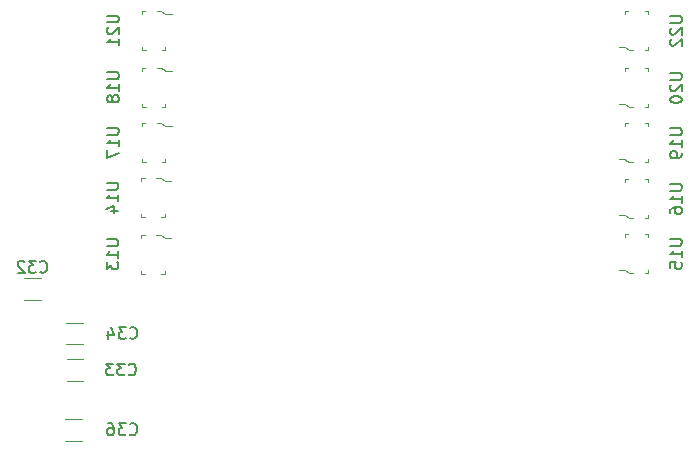
<source format=gbo>
G04 #@! TF.GenerationSoftware,KiCad,Pcbnew,7.0.5*
G04 #@! TF.CreationDate,2023-06-23T16:46:23-04:00*
G04 #@! TF.ProjectId,sdt_lpf,7364745f-6c70-4662-9e6b-696361645f70,rev?*
G04 #@! TF.SameCoordinates,PX62de0f0PY8af5bb0*
G04 #@! TF.FileFunction,Legend,Bot*
G04 #@! TF.FilePolarity,Positive*
%FSLAX46Y46*%
G04 Gerber Fmt 4.6, Leading zero omitted, Abs format (unit mm)*
G04 Created by KiCad (PCBNEW 7.0.5) date 2023-06-23 16:46:23*
%MOMM*%
%LPD*%
G01*
G04 APERTURE LIST*
%ADD10C,0.150000*%
%ADD11C,0.120000*%
%ADD12C,0.100000*%
G04 APERTURE END LIST*
D10*
X11992857Y22090420D02*
X12040476Y22042800D01*
X12040476Y22042800D02*
X12183333Y21995181D01*
X12183333Y21995181D02*
X12278571Y21995181D01*
X12278571Y21995181D02*
X12421428Y22042800D01*
X12421428Y22042800D02*
X12516666Y22138039D01*
X12516666Y22138039D02*
X12564285Y22233277D01*
X12564285Y22233277D02*
X12611904Y22423753D01*
X12611904Y22423753D02*
X12611904Y22566610D01*
X12611904Y22566610D02*
X12564285Y22757086D01*
X12564285Y22757086D02*
X12516666Y22852324D01*
X12516666Y22852324D02*
X12421428Y22947562D01*
X12421428Y22947562D02*
X12278571Y22995181D01*
X12278571Y22995181D02*
X12183333Y22995181D01*
X12183333Y22995181D02*
X12040476Y22947562D01*
X12040476Y22947562D02*
X11992857Y22899943D01*
X11659523Y22995181D02*
X11040476Y22995181D01*
X11040476Y22995181D02*
X11373809Y22614229D01*
X11373809Y22614229D02*
X11230952Y22614229D01*
X11230952Y22614229D02*
X11135714Y22566610D01*
X11135714Y22566610D02*
X11088095Y22518991D01*
X11088095Y22518991D02*
X11040476Y22423753D01*
X11040476Y22423753D02*
X11040476Y22185658D01*
X11040476Y22185658D02*
X11088095Y22090420D01*
X11088095Y22090420D02*
X11135714Y22042800D01*
X11135714Y22042800D02*
X11230952Y21995181D01*
X11230952Y21995181D02*
X11516666Y21995181D01*
X11516666Y21995181D02*
X11611904Y22042800D01*
X11611904Y22042800D02*
X11659523Y22090420D01*
X10183333Y22995181D02*
X10373809Y22995181D01*
X10373809Y22995181D02*
X10469047Y22947562D01*
X10469047Y22947562D02*
X10516666Y22899943D01*
X10516666Y22899943D02*
X10611904Y22757086D01*
X10611904Y22757086D02*
X10659523Y22566610D01*
X10659523Y22566610D02*
X10659523Y22185658D01*
X10659523Y22185658D02*
X10611904Y22090420D01*
X10611904Y22090420D02*
X10564285Y22042800D01*
X10564285Y22042800D02*
X10469047Y21995181D01*
X10469047Y21995181D02*
X10278571Y21995181D01*
X10278571Y21995181D02*
X10183333Y22042800D01*
X10183333Y22042800D02*
X10135714Y22090420D01*
X10135714Y22090420D02*
X10088095Y22185658D01*
X10088095Y22185658D02*
X10088095Y22423753D01*
X10088095Y22423753D02*
X10135714Y22518991D01*
X10135714Y22518991D02*
X10183333Y22566610D01*
X10183333Y22566610D02*
X10278571Y22614229D01*
X10278571Y22614229D02*
X10469047Y22614229D01*
X10469047Y22614229D02*
X10564285Y22566610D01*
X10564285Y22566610D02*
X10611904Y22518991D01*
X10611904Y22518991D02*
X10659523Y22423753D01*
X11892857Y27140420D02*
X11940476Y27092800D01*
X11940476Y27092800D02*
X12083333Y27045181D01*
X12083333Y27045181D02*
X12178571Y27045181D01*
X12178571Y27045181D02*
X12321428Y27092800D01*
X12321428Y27092800D02*
X12416666Y27188039D01*
X12416666Y27188039D02*
X12464285Y27283277D01*
X12464285Y27283277D02*
X12511904Y27473753D01*
X12511904Y27473753D02*
X12511904Y27616610D01*
X12511904Y27616610D02*
X12464285Y27807086D01*
X12464285Y27807086D02*
X12416666Y27902324D01*
X12416666Y27902324D02*
X12321428Y27997562D01*
X12321428Y27997562D02*
X12178571Y28045181D01*
X12178571Y28045181D02*
X12083333Y28045181D01*
X12083333Y28045181D02*
X11940476Y27997562D01*
X11940476Y27997562D02*
X11892857Y27949943D01*
X11559523Y28045181D02*
X10940476Y28045181D01*
X10940476Y28045181D02*
X11273809Y27664229D01*
X11273809Y27664229D02*
X11130952Y27664229D01*
X11130952Y27664229D02*
X11035714Y27616610D01*
X11035714Y27616610D02*
X10988095Y27568991D01*
X10988095Y27568991D02*
X10940476Y27473753D01*
X10940476Y27473753D02*
X10940476Y27235658D01*
X10940476Y27235658D02*
X10988095Y27140420D01*
X10988095Y27140420D02*
X11035714Y27092800D01*
X11035714Y27092800D02*
X11130952Y27045181D01*
X11130952Y27045181D02*
X11416666Y27045181D01*
X11416666Y27045181D02*
X11511904Y27092800D01*
X11511904Y27092800D02*
X11559523Y27140420D01*
X10607142Y28045181D02*
X9988095Y28045181D01*
X9988095Y28045181D02*
X10321428Y27664229D01*
X10321428Y27664229D02*
X10178571Y27664229D01*
X10178571Y27664229D02*
X10083333Y27616610D01*
X10083333Y27616610D02*
X10035714Y27568991D01*
X10035714Y27568991D02*
X9988095Y27473753D01*
X9988095Y27473753D02*
X9988095Y27235658D01*
X9988095Y27235658D02*
X10035714Y27140420D01*
X10035714Y27140420D02*
X10083333Y27092800D01*
X10083333Y27092800D02*
X10178571Y27045181D01*
X10178571Y27045181D02*
X10464285Y27045181D01*
X10464285Y27045181D02*
X10559523Y27092800D01*
X10559523Y27092800D02*
X10607142Y27140420D01*
X11992857Y30240420D02*
X12040476Y30192800D01*
X12040476Y30192800D02*
X12183333Y30145181D01*
X12183333Y30145181D02*
X12278571Y30145181D01*
X12278571Y30145181D02*
X12421428Y30192800D01*
X12421428Y30192800D02*
X12516666Y30288039D01*
X12516666Y30288039D02*
X12564285Y30383277D01*
X12564285Y30383277D02*
X12611904Y30573753D01*
X12611904Y30573753D02*
X12611904Y30716610D01*
X12611904Y30716610D02*
X12564285Y30907086D01*
X12564285Y30907086D02*
X12516666Y31002324D01*
X12516666Y31002324D02*
X12421428Y31097562D01*
X12421428Y31097562D02*
X12278571Y31145181D01*
X12278571Y31145181D02*
X12183333Y31145181D01*
X12183333Y31145181D02*
X12040476Y31097562D01*
X12040476Y31097562D02*
X11992857Y31049943D01*
X11659523Y31145181D02*
X11040476Y31145181D01*
X11040476Y31145181D02*
X11373809Y30764229D01*
X11373809Y30764229D02*
X11230952Y30764229D01*
X11230952Y30764229D02*
X11135714Y30716610D01*
X11135714Y30716610D02*
X11088095Y30668991D01*
X11088095Y30668991D02*
X11040476Y30573753D01*
X11040476Y30573753D02*
X11040476Y30335658D01*
X11040476Y30335658D02*
X11088095Y30240420D01*
X11088095Y30240420D02*
X11135714Y30192800D01*
X11135714Y30192800D02*
X11230952Y30145181D01*
X11230952Y30145181D02*
X11516666Y30145181D01*
X11516666Y30145181D02*
X11611904Y30192800D01*
X11611904Y30192800D02*
X11659523Y30240420D01*
X10183333Y30811848D02*
X10183333Y30145181D01*
X10421428Y31192800D02*
X10659523Y30478515D01*
X10659523Y30478515D02*
X10040476Y30478515D01*
X4392857Y35840420D02*
X4440476Y35792800D01*
X4440476Y35792800D02*
X4583333Y35745181D01*
X4583333Y35745181D02*
X4678571Y35745181D01*
X4678571Y35745181D02*
X4821428Y35792800D01*
X4821428Y35792800D02*
X4916666Y35888039D01*
X4916666Y35888039D02*
X4964285Y35983277D01*
X4964285Y35983277D02*
X5011904Y36173753D01*
X5011904Y36173753D02*
X5011904Y36316610D01*
X5011904Y36316610D02*
X4964285Y36507086D01*
X4964285Y36507086D02*
X4916666Y36602324D01*
X4916666Y36602324D02*
X4821428Y36697562D01*
X4821428Y36697562D02*
X4678571Y36745181D01*
X4678571Y36745181D02*
X4583333Y36745181D01*
X4583333Y36745181D02*
X4440476Y36697562D01*
X4440476Y36697562D02*
X4392857Y36649943D01*
X4059523Y36745181D02*
X3440476Y36745181D01*
X3440476Y36745181D02*
X3773809Y36364229D01*
X3773809Y36364229D02*
X3630952Y36364229D01*
X3630952Y36364229D02*
X3535714Y36316610D01*
X3535714Y36316610D02*
X3488095Y36268991D01*
X3488095Y36268991D02*
X3440476Y36173753D01*
X3440476Y36173753D02*
X3440476Y35935658D01*
X3440476Y35935658D02*
X3488095Y35840420D01*
X3488095Y35840420D02*
X3535714Y35792800D01*
X3535714Y35792800D02*
X3630952Y35745181D01*
X3630952Y35745181D02*
X3916666Y35745181D01*
X3916666Y35745181D02*
X4011904Y35792800D01*
X4011904Y35792800D02*
X4059523Y35840420D01*
X3059523Y36649943D02*
X3011904Y36697562D01*
X3011904Y36697562D02*
X2916666Y36745181D01*
X2916666Y36745181D02*
X2678571Y36745181D01*
X2678571Y36745181D02*
X2583333Y36697562D01*
X2583333Y36697562D02*
X2535714Y36649943D01*
X2535714Y36649943D02*
X2488095Y36554705D01*
X2488095Y36554705D02*
X2488095Y36459467D01*
X2488095Y36459467D02*
X2535714Y36316610D01*
X2535714Y36316610D02*
X3107142Y35745181D01*
X3107142Y35745181D02*
X2488095Y35745181D01*
X10079819Y48013095D02*
X10889342Y48013095D01*
X10889342Y48013095D02*
X10984580Y47965476D01*
X10984580Y47965476D02*
X11032200Y47917857D01*
X11032200Y47917857D02*
X11079819Y47822619D01*
X11079819Y47822619D02*
X11079819Y47632143D01*
X11079819Y47632143D02*
X11032200Y47536905D01*
X11032200Y47536905D02*
X10984580Y47489286D01*
X10984580Y47489286D02*
X10889342Y47441667D01*
X10889342Y47441667D02*
X10079819Y47441667D01*
X11079819Y46441667D02*
X11079819Y47013095D01*
X11079819Y46727381D02*
X10079819Y46727381D01*
X10079819Y46727381D02*
X10222676Y46822619D01*
X10222676Y46822619D02*
X10317914Y46917857D01*
X10317914Y46917857D02*
X10365533Y47013095D01*
X10079819Y46108333D02*
X10079819Y45441667D01*
X10079819Y45441667D02*
X11079819Y45870238D01*
X10079819Y57513095D02*
X10889342Y57513095D01*
X10889342Y57513095D02*
X10984580Y57465476D01*
X10984580Y57465476D02*
X11032200Y57417857D01*
X11032200Y57417857D02*
X11079819Y57322619D01*
X11079819Y57322619D02*
X11079819Y57132143D01*
X11079819Y57132143D02*
X11032200Y57036905D01*
X11032200Y57036905D02*
X10984580Y56989286D01*
X10984580Y56989286D02*
X10889342Y56941667D01*
X10889342Y56941667D02*
X10079819Y56941667D01*
X10175057Y56513095D02*
X10127438Y56465476D01*
X10127438Y56465476D02*
X10079819Y56370238D01*
X10079819Y56370238D02*
X10079819Y56132143D01*
X10079819Y56132143D02*
X10127438Y56036905D01*
X10127438Y56036905D02*
X10175057Y55989286D01*
X10175057Y55989286D02*
X10270295Y55941667D01*
X10270295Y55941667D02*
X10365533Y55941667D01*
X10365533Y55941667D02*
X10508390Y55989286D01*
X10508390Y55989286D02*
X11079819Y56560714D01*
X11079819Y56560714D02*
X11079819Y55941667D01*
X11079819Y54989286D02*
X11079819Y55560714D01*
X11079819Y55275000D02*
X10079819Y55275000D01*
X10079819Y55275000D02*
X10222676Y55370238D01*
X10222676Y55370238D02*
X10317914Y55465476D01*
X10317914Y55465476D02*
X10365533Y55560714D01*
X10029819Y43363095D02*
X10839342Y43363095D01*
X10839342Y43363095D02*
X10934580Y43315476D01*
X10934580Y43315476D02*
X10982200Y43267857D01*
X10982200Y43267857D02*
X11029819Y43172619D01*
X11029819Y43172619D02*
X11029819Y42982143D01*
X11029819Y42982143D02*
X10982200Y42886905D01*
X10982200Y42886905D02*
X10934580Y42839286D01*
X10934580Y42839286D02*
X10839342Y42791667D01*
X10839342Y42791667D02*
X10029819Y42791667D01*
X11029819Y41791667D02*
X11029819Y42363095D01*
X11029819Y42077381D02*
X10029819Y42077381D01*
X10029819Y42077381D02*
X10172676Y42172619D01*
X10172676Y42172619D02*
X10267914Y42267857D01*
X10267914Y42267857D02*
X10315533Y42363095D01*
X10363152Y40934524D02*
X11029819Y40934524D01*
X9982200Y41172619D02*
X10696485Y41410714D01*
X10696485Y41410714D02*
X10696485Y40791667D01*
X57729819Y57463095D02*
X58539342Y57463095D01*
X58539342Y57463095D02*
X58634580Y57415476D01*
X58634580Y57415476D02*
X58682200Y57367857D01*
X58682200Y57367857D02*
X58729819Y57272619D01*
X58729819Y57272619D02*
X58729819Y57082143D01*
X58729819Y57082143D02*
X58682200Y56986905D01*
X58682200Y56986905D02*
X58634580Y56939286D01*
X58634580Y56939286D02*
X58539342Y56891667D01*
X58539342Y56891667D02*
X57729819Y56891667D01*
X57825057Y56463095D02*
X57777438Y56415476D01*
X57777438Y56415476D02*
X57729819Y56320238D01*
X57729819Y56320238D02*
X57729819Y56082143D01*
X57729819Y56082143D02*
X57777438Y55986905D01*
X57777438Y55986905D02*
X57825057Y55939286D01*
X57825057Y55939286D02*
X57920295Y55891667D01*
X57920295Y55891667D02*
X58015533Y55891667D01*
X58015533Y55891667D02*
X58158390Y55939286D01*
X58158390Y55939286D02*
X58729819Y56510714D01*
X58729819Y56510714D02*
X58729819Y55891667D01*
X57825057Y55510714D02*
X57777438Y55463095D01*
X57777438Y55463095D02*
X57729819Y55367857D01*
X57729819Y55367857D02*
X57729819Y55129762D01*
X57729819Y55129762D02*
X57777438Y55034524D01*
X57777438Y55034524D02*
X57825057Y54986905D01*
X57825057Y54986905D02*
X57920295Y54939286D01*
X57920295Y54939286D02*
X58015533Y54939286D01*
X58015533Y54939286D02*
X58158390Y54986905D01*
X58158390Y54986905D02*
X58729819Y55558333D01*
X58729819Y55558333D02*
X58729819Y54939286D01*
X57729819Y43263095D02*
X58539342Y43263095D01*
X58539342Y43263095D02*
X58634580Y43215476D01*
X58634580Y43215476D02*
X58682200Y43167857D01*
X58682200Y43167857D02*
X58729819Y43072619D01*
X58729819Y43072619D02*
X58729819Y42882143D01*
X58729819Y42882143D02*
X58682200Y42786905D01*
X58682200Y42786905D02*
X58634580Y42739286D01*
X58634580Y42739286D02*
X58539342Y42691667D01*
X58539342Y42691667D02*
X57729819Y42691667D01*
X58729819Y41691667D02*
X58729819Y42263095D01*
X58729819Y41977381D02*
X57729819Y41977381D01*
X57729819Y41977381D02*
X57872676Y42072619D01*
X57872676Y42072619D02*
X57967914Y42167857D01*
X57967914Y42167857D02*
X58015533Y42263095D01*
X57729819Y40834524D02*
X57729819Y41025000D01*
X57729819Y41025000D02*
X57777438Y41120238D01*
X57777438Y41120238D02*
X57825057Y41167857D01*
X57825057Y41167857D02*
X57967914Y41263095D01*
X57967914Y41263095D02*
X58158390Y41310714D01*
X58158390Y41310714D02*
X58539342Y41310714D01*
X58539342Y41310714D02*
X58634580Y41263095D01*
X58634580Y41263095D02*
X58682200Y41215476D01*
X58682200Y41215476D02*
X58729819Y41120238D01*
X58729819Y41120238D02*
X58729819Y40929762D01*
X58729819Y40929762D02*
X58682200Y40834524D01*
X58682200Y40834524D02*
X58634580Y40786905D01*
X58634580Y40786905D02*
X58539342Y40739286D01*
X58539342Y40739286D02*
X58301247Y40739286D01*
X58301247Y40739286D02*
X58206009Y40786905D01*
X58206009Y40786905D02*
X58158390Y40834524D01*
X58158390Y40834524D02*
X58110771Y40929762D01*
X58110771Y40929762D02*
X58110771Y41120238D01*
X58110771Y41120238D02*
X58158390Y41215476D01*
X58158390Y41215476D02*
X58206009Y41263095D01*
X58206009Y41263095D02*
X58301247Y41310714D01*
X10029819Y38563095D02*
X10839342Y38563095D01*
X10839342Y38563095D02*
X10934580Y38515476D01*
X10934580Y38515476D02*
X10982200Y38467857D01*
X10982200Y38467857D02*
X11029819Y38372619D01*
X11029819Y38372619D02*
X11029819Y38182143D01*
X11029819Y38182143D02*
X10982200Y38086905D01*
X10982200Y38086905D02*
X10934580Y38039286D01*
X10934580Y38039286D02*
X10839342Y37991667D01*
X10839342Y37991667D02*
X10029819Y37991667D01*
X11029819Y36991667D02*
X11029819Y37563095D01*
X11029819Y37277381D02*
X10029819Y37277381D01*
X10029819Y37277381D02*
X10172676Y37372619D01*
X10172676Y37372619D02*
X10267914Y37467857D01*
X10267914Y37467857D02*
X10315533Y37563095D01*
X10029819Y36658333D02*
X10029819Y36039286D01*
X10029819Y36039286D02*
X10410771Y36372619D01*
X10410771Y36372619D02*
X10410771Y36229762D01*
X10410771Y36229762D02*
X10458390Y36134524D01*
X10458390Y36134524D02*
X10506009Y36086905D01*
X10506009Y36086905D02*
X10601247Y36039286D01*
X10601247Y36039286D02*
X10839342Y36039286D01*
X10839342Y36039286D02*
X10934580Y36086905D01*
X10934580Y36086905D02*
X10982200Y36134524D01*
X10982200Y36134524D02*
X11029819Y36229762D01*
X11029819Y36229762D02*
X11029819Y36515476D01*
X11029819Y36515476D02*
X10982200Y36610714D01*
X10982200Y36610714D02*
X10934580Y36658333D01*
X10079819Y52713095D02*
X10889342Y52713095D01*
X10889342Y52713095D02*
X10984580Y52665476D01*
X10984580Y52665476D02*
X11032200Y52617857D01*
X11032200Y52617857D02*
X11079819Y52522619D01*
X11079819Y52522619D02*
X11079819Y52332143D01*
X11079819Y52332143D02*
X11032200Y52236905D01*
X11032200Y52236905D02*
X10984580Y52189286D01*
X10984580Y52189286D02*
X10889342Y52141667D01*
X10889342Y52141667D02*
X10079819Y52141667D01*
X11079819Y51141667D02*
X11079819Y51713095D01*
X11079819Y51427381D02*
X10079819Y51427381D01*
X10079819Y51427381D02*
X10222676Y51522619D01*
X10222676Y51522619D02*
X10317914Y51617857D01*
X10317914Y51617857D02*
X10365533Y51713095D01*
X10508390Y50570238D02*
X10460771Y50665476D01*
X10460771Y50665476D02*
X10413152Y50713095D01*
X10413152Y50713095D02*
X10317914Y50760714D01*
X10317914Y50760714D02*
X10270295Y50760714D01*
X10270295Y50760714D02*
X10175057Y50713095D01*
X10175057Y50713095D02*
X10127438Y50665476D01*
X10127438Y50665476D02*
X10079819Y50570238D01*
X10079819Y50570238D02*
X10079819Y50379762D01*
X10079819Y50379762D02*
X10127438Y50284524D01*
X10127438Y50284524D02*
X10175057Y50236905D01*
X10175057Y50236905D02*
X10270295Y50189286D01*
X10270295Y50189286D02*
X10317914Y50189286D01*
X10317914Y50189286D02*
X10413152Y50236905D01*
X10413152Y50236905D02*
X10460771Y50284524D01*
X10460771Y50284524D02*
X10508390Y50379762D01*
X10508390Y50379762D02*
X10508390Y50570238D01*
X10508390Y50570238D02*
X10556009Y50665476D01*
X10556009Y50665476D02*
X10603628Y50713095D01*
X10603628Y50713095D02*
X10698866Y50760714D01*
X10698866Y50760714D02*
X10889342Y50760714D01*
X10889342Y50760714D02*
X10984580Y50713095D01*
X10984580Y50713095D02*
X11032200Y50665476D01*
X11032200Y50665476D02*
X11079819Y50570238D01*
X11079819Y50570238D02*
X11079819Y50379762D01*
X11079819Y50379762D02*
X11032200Y50284524D01*
X11032200Y50284524D02*
X10984580Y50236905D01*
X10984580Y50236905D02*
X10889342Y50189286D01*
X10889342Y50189286D02*
X10698866Y50189286D01*
X10698866Y50189286D02*
X10603628Y50236905D01*
X10603628Y50236905D02*
X10556009Y50284524D01*
X10556009Y50284524D02*
X10508390Y50379762D01*
X57729819Y47963095D02*
X58539342Y47963095D01*
X58539342Y47963095D02*
X58634580Y47915476D01*
X58634580Y47915476D02*
X58682200Y47867857D01*
X58682200Y47867857D02*
X58729819Y47772619D01*
X58729819Y47772619D02*
X58729819Y47582143D01*
X58729819Y47582143D02*
X58682200Y47486905D01*
X58682200Y47486905D02*
X58634580Y47439286D01*
X58634580Y47439286D02*
X58539342Y47391667D01*
X58539342Y47391667D02*
X57729819Y47391667D01*
X58729819Y46391667D02*
X58729819Y46963095D01*
X58729819Y46677381D02*
X57729819Y46677381D01*
X57729819Y46677381D02*
X57872676Y46772619D01*
X57872676Y46772619D02*
X57967914Y46867857D01*
X57967914Y46867857D02*
X58015533Y46963095D01*
X58729819Y45915476D02*
X58729819Y45725000D01*
X58729819Y45725000D02*
X58682200Y45629762D01*
X58682200Y45629762D02*
X58634580Y45582143D01*
X58634580Y45582143D02*
X58491723Y45486905D01*
X58491723Y45486905D02*
X58301247Y45439286D01*
X58301247Y45439286D02*
X57920295Y45439286D01*
X57920295Y45439286D02*
X57825057Y45486905D01*
X57825057Y45486905D02*
X57777438Y45534524D01*
X57777438Y45534524D02*
X57729819Y45629762D01*
X57729819Y45629762D02*
X57729819Y45820238D01*
X57729819Y45820238D02*
X57777438Y45915476D01*
X57777438Y45915476D02*
X57825057Y45963095D01*
X57825057Y45963095D02*
X57920295Y46010714D01*
X57920295Y46010714D02*
X58158390Y46010714D01*
X58158390Y46010714D02*
X58253628Y45963095D01*
X58253628Y45963095D02*
X58301247Y45915476D01*
X58301247Y45915476D02*
X58348866Y45820238D01*
X58348866Y45820238D02*
X58348866Y45629762D01*
X58348866Y45629762D02*
X58301247Y45534524D01*
X58301247Y45534524D02*
X58253628Y45486905D01*
X58253628Y45486905D02*
X58158390Y45439286D01*
X57729819Y38613095D02*
X58539342Y38613095D01*
X58539342Y38613095D02*
X58634580Y38565476D01*
X58634580Y38565476D02*
X58682200Y38517857D01*
X58682200Y38517857D02*
X58729819Y38422619D01*
X58729819Y38422619D02*
X58729819Y38232143D01*
X58729819Y38232143D02*
X58682200Y38136905D01*
X58682200Y38136905D02*
X58634580Y38089286D01*
X58634580Y38089286D02*
X58539342Y38041667D01*
X58539342Y38041667D02*
X57729819Y38041667D01*
X58729819Y37041667D02*
X58729819Y37613095D01*
X58729819Y37327381D02*
X57729819Y37327381D01*
X57729819Y37327381D02*
X57872676Y37422619D01*
X57872676Y37422619D02*
X57967914Y37517857D01*
X57967914Y37517857D02*
X58015533Y37613095D01*
X57729819Y36136905D02*
X57729819Y36613095D01*
X57729819Y36613095D02*
X58206009Y36660714D01*
X58206009Y36660714D02*
X58158390Y36613095D01*
X58158390Y36613095D02*
X58110771Y36517857D01*
X58110771Y36517857D02*
X58110771Y36279762D01*
X58110771Y36279762D02*
X58158390Y36184524D01*
X58158390Y36184524D02*
X58206009Y36136905D01*
X58206009Y36136905D02*
X58301247Y36089286D01*
X58301247Y36089286D02*
X58539342Y36089286D01*
X58539342Y36089286D02*
X58634580Y36136905D01*
X58634580Y36136905D02*
X58682200Y36184524D01*
X58682200Y36184524D02*
X58729819Y36279762D01*
X58729819Y36279762D02*
X58729819Y36517857D01*
X58729819Y36517857D02*
X58682200Y36613095D01*
X58682200Y36613095D02*
X58634580Y36660714D01*
X57729819Y52663095D02*
X58539342Y52663095D01*
X58539342Y52663095D02*
X58634580Y52615476D01*
X58634580Y52615476D02*
X58682200Y52567857D01*
X58682200Y52567857D02*
X58729819Y52472619D01*
X58729819Y52472619D02*
X58729819Y52282143D01*
X58729819Y52282143D02*
X58682200Y52186905D01*
X58682200Y52186905D02*
X58634580Y52139286D01*
X58634580Y52139286D02*
X58539342Y52091667D01*
X58539342Y52091667D02*
X57729819Y52091667D01*
X57825057Y51663095D02*
X57777438Y51615476D01*
X57777438Y51615476D02*
X57729819Y51520238D01*
X57729819Y51520238D02*
X57729819Y51282143D01*
X57729819Y51282143D02*
X57777438Y51186905D01*
X57777438Y51186905D02*
X57825057Y51139286D01*
X57825057Y51139286D02*
X57920295Y51091667D01*
X57920295Y51091667D02*
X58015533Y51091667D01*
X58015533Y51091667D02*
X58158390Y51139286D01*
X58158390Y51139286D02*
X58729819Y51710714D01*
X58729819Y51710714D02*
X58729819Y51091667D01*
X57729819Y50472619D02*
X57729819Y50377381D01*
X57729819Y50377381D02*
X57777438Y50282143D01*
X57777438Y50282143D02*
X57825057Y50234524D01*
X57825057Y50234524D02*
X57920295Y50186905D01*
X57920295Y50186905D02*
X58110771Y50139286D01*
X58110771Y50139286D02*
X58348866Y50139286D01*
X58348866Y50139286D02*
X58539342Y50186905D01*
X58539342Y50186905D02*
X58634580Y50234524D01*
X58634580Y50234524D02*
X58682200Y50282143D01*
X58682200Y50282143D02*
X58729819Y50377381D01*
X58729819Y50377381D02*
X58729819Y50472619D01*
X58729819Y50472619D02*
X58682200Y50567857D01*
X58682200Y50567857D02*
X58634580Y50615476D01*
X58634580Y50615476D02*
X58539342Y50663095D01*
X58539342Y50663095D02*
X58348866Y50710714D01*
X58348866Y50710714D02*
X58110771Y50710714D01*
X58110771Y50710714D02*
X57920295Y50663095D01*
X57920295Y50663095D02*
X57825057Y50615476D01*
X57825057Y50615476D02*
X57777438Y50567857D01*
X57777438Y50567857D02*
X57729819Y50472619D01*
D11*
X7961252Y23360000D02*
X6538748Y23360000D01*
X7961252Y21540000D02*
X6538748Y21540000D01*
X8061252Y28410000D02*
X6638748Y28410000D01*
X8061252Y26590000D02*
X6638748Y26590000D01*
X8011252Y31510000D02*
X6588748Y31510000D01*
X8011252Y29690000D02*
X6588748Y29690000D01*
X4461252Y35260000D02*
X3038748Y35260000D01*
X4461252Y33440000D02*
X3038748Y33440000D01*
D12*
X13000000Y48400000D02*
X13300000Y48400000D01*
X14675000Y48400000D02*
X14300000Y48400000D01*
X14675000Y48400000D02*
X15000000Y48175000D01*
X15000000Y48175000D02*
X15000000Y48150000D01*
X13000000Y48150000D02*
X13000000Y48400000D01*
X15000000Y48150000D02*
X15525000Y48150000D01*
X13000000Y45350000D02*
X13000000Y45100000D01*
X15000000Y45350000D02*
X15000000Y45100000D01*
X13000000Y45100000D02*
X13325000Y45100000D01*
X15000000Y45100000D02*
X14700000Y45100000D01*
X13000000Y57900000D02*
X13300000Y57900000D01*
X14675000Y57900000D02*
X14300000Y57900000D01*
X14675000Y57900000D02*
X15000000Y57675000D01*
X15000000Y57675000D02*
X15000000Y57650000D01*
X13000000Y57650000D02*
X13000000Y57900000D01*
X15000000Y57650000D02*
X15525000Y57650000D01*
X13000000Y54850000D02*
X13000000Y54600000D01*
X15000000Y54850000D02*
X15000000Y54600000D01*
X13000000Y54600000D02*
X13325000Y54600000D01*
X15000000Y54600000D02*
X14700000Y54600000D01*
X12950000Y43750000D02*
X13250000Y43750000D01*
X14625000Y43750000D02*
X14250000Y43750000D01*
X14625000Y43750000D02*
X14950000Y43525000D01*
X14950000Y43525000D02*
X14950000Y43500000D01*
X12950000Y43500000D02*
X12950000Y43750000D01*
X14950000Y43500000D02*
X15475000Y43500000D01*
X12950000Y40700000D02*
X12950000Y40450000D01*
X14950000Y40700000D02*
X14950000Y40450000D01*
X12950000Y40450000D02*
X13275000Y40450000D01*
X14950000Y40450000D02*
X14650000Y40450000D01*
X55900000Y54600000D02*
X55600000Y54600000D01*
X54225000Y54600000D02*
X54600000Y54600000D01*
X54225000Y54600000D02*
X53900000Y54825000D01*
X53900000Y54825000D02*
X53900000Y54850000D01*
X55900000Y54850000D02*
X55900000Y54600000D01*
X53900000Y54850000D02*
X53375000Y54850000D01*
X55900000Y57650000D02*
X55900000Y57900000D01*
X53900000Y57650000D02*
X53900000Y57900000D01*
X55900000Y57900000D02*
X55575000Y57900000D01*
X53900000Y57900000D02*
X54200000Y57900000D01*
X55900000Y40400000D02*
X55600000Y40400000D01*
X54225000Y40400000D02*
X54600000Y40400000D01*
X54225000Y40400000D02*
X53900000Y40625000D01*
X53900000Y40625000D02*
X53900000Y40650000D01*
X55900000Y40650000D02*
X55900000Y40400000D01*
X53900000Y40650000D02*
X53375000Y40650000D01*
X55900000Y43450000D02*
X55900000Y43700000D01*
X53900000Y43450000D02*
X53900000Y43700000D01*
X55900000Y43700000D02*
X55575000Y43700000D01*
X53900000Y43700000D02*
X54200000Y43700000D01*
X12950000Y38950000D02*
X13250000Y38950000D01*
X14625000Y38950000D02*
X14250000Y38950000D01*
X14625000Y38950000D02*
X14950000Y38725000D01*
X14950000Y38725000D02*
X14950000Y38700000D01*
X12950000Y38700000D02*
X12950000Y38950000D01*
X14950000Y38700000D02*
X15475000Y38700000D01*
X12950000Y35900000D02*
X12950000Y35650000D01*
X14950000Y35900000D02*
X14950000Y35650000D01*
X12950000Y35650000D02*
X13275000Y35650000D01*
X14950000Y35650000D02*
X14650000Y35650000D01*
X13000000Y53100000D02*
X13300000Y53100000D01*
X14675000Y53100000D02*
X14300000Y53100000D01*
X14675000Y53100000D02*
X15000000Y52875000D01*
X15000000Y52875000D02*
X15000000Y52850000D01*
X13000000Y52850000D02*
X13000000Y53100000D01*
X15000000Y52850000D02*
X15525000Y52850000D01*
X13000000Y50050000D02*
X13000000Y49800000D01*
X15000000Y50050000D02*
X15000000Y49800000D01*
X13000000Y49800000D02*
X13325000Y49800000D01*
X15000000Y49800000D02*
X14700000Y49800000D01*
X55900000Y45100000D02*
X55600000Y45100000D01*
X54225000Y45100000D02*
X54600000Y45100000D01*
X54225000Y45100000D02*
X53900000Y45325000D01*
X53900000Y45325000D02*
X53900000Y45350000D01*
X55900000Y45350000D02*
X55900000Y45100000D01*
X53900000Y45350000D02*
X53375000Y45350000D01*
X55900000Y48150000D02*
X55900000Y48400000D01*
X53900000Y48150000D02*
X53900000Y48400000D01*
X55900000Y48400000D02*
X55575000Y48400000D01*
X53900000Y48400000D02*
X54200000Y48400000D01*
X55900000Y35750000D02*
X55600000Y35750000D01*
X54225000Y35750000D02*
X54600000Y35750000D01*
X54225000Y35750000D02*
X53900000Y35975000D01*
X53900000Y35975000D02*
X53900000Y36000000D01*
X55900000Y36000000D02*
X55900000Y35750000D01*
X53900000Y36000000D02*
X53375000Y36000000D01*
X55900000Y38800000D02*
X55900000Y39050000D01*
X53900000Y38800000D02*
X53900000Y39050000D01*
X55900000Y39050000D02*
X55575000Y39050000D01*
X53900000Y39050000D02*
X54200000Y39050000D01*
X55900000Y49800000D02*
X55600000Y49800000D01*
X54225000Y49800000D02*
X54600000Y49800000D01*
X54225000Y49800000D02*
X53900000Y50025000D01*
X53900000Y50025000D02*
X53900000Y50050000D01*
X55900000Y50050000D02*
X55900000Y49800000D01*
X53900000Y50050000D02*
X53375000Y50050000D01*
X55900000Y52850000D02*
X55900000Y53100000D01*
X53900000Y52850000D02*
X53900000Y53100000D01*
X55900000Y53100000D02*
X55575000Y53100000D01*
X53900000Y53100000D02*
X54200000Y53100000D01*
M02*

</source>
